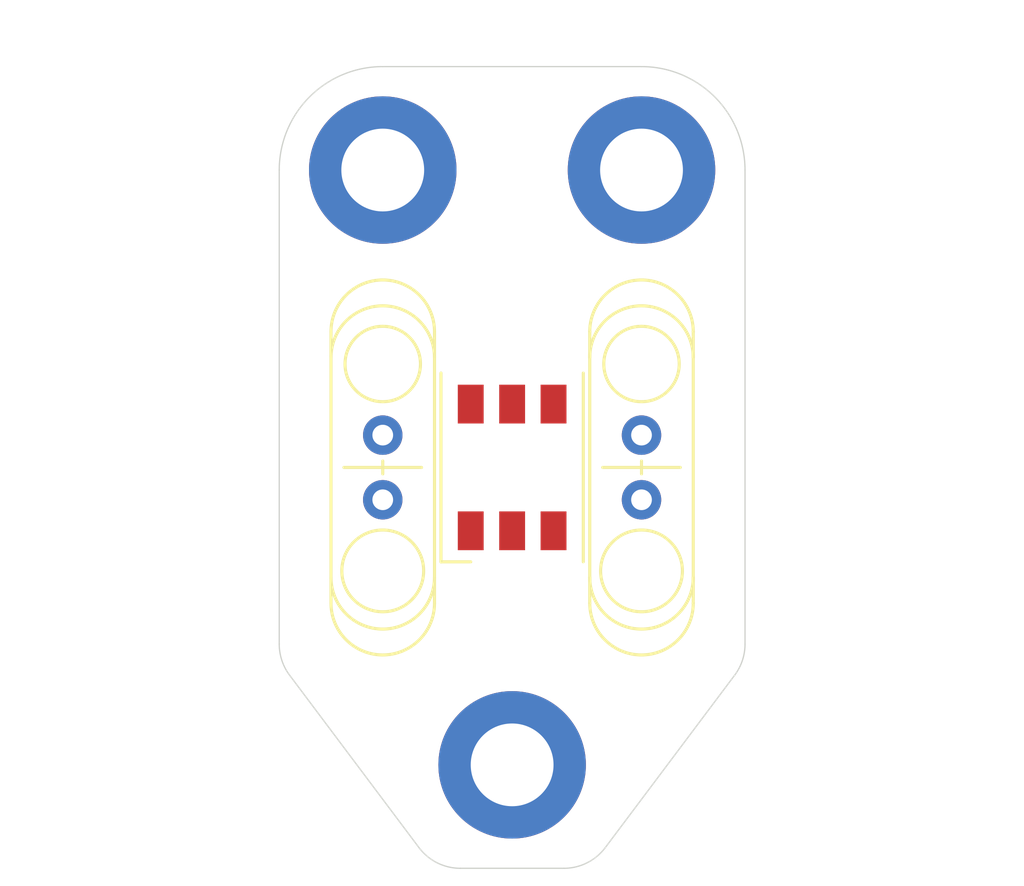
<source format=kicad_pcb>
(kicad_pcb (version 20171130) (host pcbnew 5.1.9+dfsg1-1+deb11u1)

  (general
    (thickness 1.6)
    (drawings 23)
    (tracks 0)
    (zones 0)
    (modules 6)
    (nets 1)
  )

  (page A4)
  (layers
    (0 F.Cu signal)
    (31 B.Cu signal)
    (32 B.Adhes user)
    (33 F.Adhes user)
    (34 B.Paste user)
    (35 F.Paste user)
    (36 B.SilkS user)
    (37 F.SilkS user)
    (38 B.Mask user)
    (39 F.Mask user)
    (40 Dwgs.User user)
    (41 Cmts.User user)
    (42 Eco1.User user)
    (43 Eco2.User user)
    (44 Edge.Cuts user)
    (45 Margin user)
    (46 B.CrtYd user)
    (47 F.CrtYd user)
    (48 B.Fab user)
    (49 F.Fab user)
  )

  (setup
    (last_trace_width 0.25)
    (trace_clearance 0.2)
    (zone_clearance 0.508)
    (zone_45_only no)
    (trace_min 0.2)
    (via_size 0.8)
    (via_drill 0.4)
    (via_min_size 0.4)
    (via_min_drill 0.3)
    (uvia_size 0.3)
    (uvia_drill 0.1)
    (uvias_allowed no)
    (uvia_min_size 0.2)
    (uvia_min_drill 0.1)
    (edge_width 0.05)
    (segment_width 0.2)
    (pcb_text_width 0.3)
    (pcb_text_size 1.5 1.5)
    (mod_edge_width 0.12)
    (mod_text_size 1 1)
    (mod_text_width 0.15)
    (pad_size 1.524 1.524)
    (pad_drill 0.762)
    (pad_to_mask_clearance 0)
    (aux_axis_origin 0 0)
    (visible_elements FFFFFF7F)
    (pcbplotparams
      (layerselection 0x010fc_ffffffff)
      (usegerberextensions false)
      (usegerberattributes true)
      (usegerberadvancedattributes true)
      (creategerberjobfile true)
      (excludeedgelayer true)
      (linewidth 0.100000)
      (plotframeref false)
      (viasonmask false)
      (mode 1)
      (useauxorigin false)
      (hpglpennumber 1)
      (hpglpenspeed 20)
      (hpglpendiameter 15.000000)
      (psnegative false)
      (psa4output false)
      (plotreference true)
      (plotvalue true)
      (plotinvisibletext false)
      (padsonsilk false)
      (subtractmaskfromsilk false)
      (outputformat 1)
      (mirror false)
      (drillshape 1)
      (scaleselection 1)
      (outputdirectory ""))
  )

  (net 0 "")

  (net_class Default "This is the default net class."
    (clearance 0.2)
    (trace_width 0.25)
    (via_dia 0.8)
    (via_drill 0.4)
    (uvia_dia 0.3)
    (uvia_drill 0.1)
  )

  (module LED_SMD:LED_WS2812_PLCC6_5.0x5.0mm_P1.6mm (layer F.Cu) (tedit 5AA4B296) (tstamp 64C1536C)
    (at 181.5 113 90)
    (descr https://cdn-shop.adafruit.com/datasheets/WS2812.pdf)
    (tags "LED RGB NeoPixel")
    (attr smd)
    (fp_text reference REF** (at 0 -3.5 90) (layer F.SilkS) hide
      (effects (font (size 1 1) (thickness 0.15)))
    )
    (fp_text value LED_WS2812_PLCC6_5.0x5.0mm_P1.6mm (at 0 4 90) (layer F.Fab)
      (effects (font (size 1 1) (thickness 0.15)))
    )
    (fp_text user %R (at 0 0 90) (layer F.Fab)
      (effects (font (size 0.8 0.8) (thickness 0.15)))
    )
    (fp_line (start 3.45 -2.75) (end -3.45 -2.75) (layer F.CrtYd) (width 0.05))
    (fp_line (start 3.45 2.75) (end 3.45 -2.75) (layer F.CrtYd) (width 0.05))
    (fp_line (start -3.45 2.75) (end 3.45 2.75) (layer F.CrtYd) (width 0.05))
    (fp_line (start -3.45 -2.75) (end -3.45 2.75) (layer F.CrtYd) (width 0.05))
    (fp_line (start -2.5 -1.5) (end -1.5 -2.5) (layer F.Fab) (width 0.1))
    (fp_line (start -2.5 -2.5) (end 2.5 -2.5) (layer F.Fab) (width 0.1))
    (fp_line (start 2.5 -2.5) (end 2.5 2.5) (layer F.Fab) (width 0.1))
    (fp_line (start 2.5 2.5) (end -2.5 2.5) (layer F.Fab) (width 0.1))
    (fp_line (start -2.5 2.5) (end -2.5 -2.5) (layer F.Fab) (width 0.1))
    (fp_line (start -3.65 2.75) (end 3.65 2.75) (layer F.SilkS) (width 0.12))
    (fp_line (start -3.65 -1.6) (end -3.65 -2.75) (layer F.SilkS) (width 0.12))
    (fp_line (start -3.65 -2.75) (end 3.65 -2.75) (layer F.SilkS) (width 0.12))
    (fp_circle (center 0 0) (end 0 -2) (layer F.Fab) (width 0.1))
    (pad 1 smd rect (at -2.45 -1.6 90) (size 1.5 1) (layers F.Cu F.Paste F.Mask))
    (pad 2 smd rect (at -2.45 0 90) (size 1.5 1) (layers F.Cu F.Paste F.Mask))
    (pad 3 smd rect (at -2.45 1.6 90) (size 1.5 1) (layers F.Cu F.Paste F.Mask))
    (pad 6 smd rect (at 2.45 -1.6 90) (size 1.5 1) (layers F.Cu F.Paste F.Mask))
    (pad 5 smd rect (at 2.45 0 90) (size 1.5 1) (layers F.Cu F.Paste F.Mask))
    (pad 4 smd rect (at 2.45 1.6 90) (size 1.5 1) (layers F.Cu F.Paste F.Mask))
    (model ${KISYS3DMOD}/LED_SMD.3dshapes/LED_WS2812_PLCC6_5.0x5.0mm_P1.6mm.wrl
      (at (xyz 0 0 0))
      (scale (xyz 1 1 1))
      (rotate (xyz 0 0 0))
    )
  )

  (module custom-footprints:pogo-magnet-2p (layer F.Cu) (tedit 64C0E8C6) (tstamp 64C152BC)
    (at 176.5 113)
    (fp_text reference REF** (at 4.25 1) (layer F.SilkS) hide
      (effects (font (size 1 1) (thickness 0.15)))
    )
    (fp_text value pogo-magnet-2p (at 0 -0.5) (layer F.Fab)
      (effects (font (size 1 1) (thickness 0.15)))
    )
    (fp_arc (start 0 4.25) (end -2 4.25) (angle -180) (layer F.SilkS) (width 0.12))
    (fp_arc (start 0 5.25) (end -2 5.25) (angle -180) (layer F.SilkS) (width 0.12))
    (fp_arc (start 0 -4.25) (end 2 -4.25) (angle -180) (layer F.SilkS) (width 0.12))
    (fp_arc (start 0 -5.25) (end 2 -5.25) (angle -180) (layer F.SilkS) (width 0.12))
    (fp_circle (center 0 -4) (end 1.25 -3.25) (layer F.SilkS) (width 0.12))
    (fp_circle (center 0 4) (end 1.5 4.5) (layer F.SilkS) (width 0.12))
    (fp_line (start -2 -5.25) (end -2 5.25) (layer F.SilkS) (width 0.12))
    (fp_line (start 2 -5.25) (end 2 5.25) (layer F.SilkS) (width 0.12))
    (fp_line (start -1.5 0) (end 1.5 0) (layer F.SilkS) (width 0.12))
    (fp_line (start 0 0.25) (end 0 -0.25) (layer F.SilkS) (width 0.12))
    (pad 2 thru_hole circle (at 0 1.25) (size 1.524 1.524) (drill 0.8) (layers *.Cu *.Mask))
    (pad 1 thru_hole circle (at 0 -1.25) (size 1.524 1.524) (drill 0.8) (layers *.Cu *.Mask))
  )

  (module custom-footprints:pogo-magnet-2p (layer F.Cu) (tedit 64C0E8C6) (tstamp 64C152F9)
    (at 186.5 113)
    (fp_text reference REF** (at 4.25 1) (layer F.SilkS) hide
      (effects (font (size 1 1) (thickness 0.15)))
    )
    (fp_text value pogo-magnet-2p (at 0 -0.5) (layer F.Fab)
      (effects (font (size 1 1) (thickness 0.15)))
    )
    (fp_arc (start 0 4.25) (end -2 4.25) (angle -180) (layer F.SilkS) (width 0.12))
    (fp_arc (start 0 5.25) (end -2 5.25) (angle -180) (layer F.SilkS) (width 0.12))
    (fp_arc (start 0 -4.25) (end 2 -4.25) (angle -180) (layer F.SilkS) (width 0.12))
    (fp_arc (start 0 -5.25) (end 2 -5.25) (angle -180) (layer F.SilkS) (width 0.12))
    (fp_circle (center 0 -4) (end 1.25 -3.25) (layer F.SilkS) (width 0.12))
    (fp_circle (center 0 4) (end 1.5 4.5) (layer F.SilkS) (width 0.12))
    (fp_line (start -2 -5.25) (end -2 5.25) (layer F.SilkS) (width 0.12))
    (fp_line (start 2 -5.25) (end 2 5.25) (layer F.SilkS) (width 0.12))
    (fp_line (start -1.5 0) (end 1.5 0) (layer F.SilkS) (width 0.12))
    (fp_line (start 0 0.25) (end 0 -0.25) (layer F.SilkS) (width 0.12))
    (pad 2 thru_hole circle (at 0 1.25) (size 1.524 1.524) (drill 0.8) (layers *.Cu *.Mask))
    (pad 1 thru_hole circle (at 0 -1.25) (size 1.524 1.524) (drill 0.8) (layers *.Cu *.Mask))
  )

  (module MountingHole:MountingHole_3.2mm_M3_ISO7380_Pad (layer F.Cu) (tedit 56D1B4CB) (tstamp 64C15253)
    (at 181.5 124.5)
    (descr "Mounting Hole 3.2mm, M3, ISO7380")
    (tags "mounting hole 3.2mm m3 iso7380")
    (attr virtual)
    (fp_text reference REF** (at 0 -3.85) (layer F.SilkS) hide
      (effects (font (size 1 1) (thickness 0.15)))
    )
    (fp_text value MountingHole_3.2mm_M3_ISO7380_Pad (at 0 3.85) (layer F.Fab)
      (effects (font (size 1 1) (thickness 0.15)))
    )
    (fp_text user %R (at 0.3 0) (layer F.Fab)
      (effects (font (size 1 1) (thickness 0.15)))
    )
    (fp_circle (center 0 0) (end 2.85 0) (layer Cmts.User) (width 0.15))
    (fp_circle (center 0 0) (end 3.1 0) (layer F.CrtYd) (width 0.05))
    (pad 1 thru_hole circle (at 0 0) (size 5.7 5.7) (drill 3.2) (layers *.Cu *.Mask))
  )

  (module MountingHole:MountingHole_3.2mm_M3_ISO7380_Pad (layer F.Cu) (tedit 56D1B4CB) (tstamp 64C15236)
    (at 186.5 101.5)
    (descr "Mounting Hole 3.2mm, M3, ISO7380")
    (tags "mounting hole 3.2mm m3 iso7380")
    (attr virtual)
    (fp_text reference REF** (at 0 -3.85) (layer F.SilkS) hide
      (effects (font (size 1 1) (thickness 0.15)))
    )
    (fp_text value MountingHole_3.2mm_M3_ISO7380_Pad (at 0 3.85) (layer F.Fab)
      (effects (font (size 1 1) (thickness 0.15)))
    )
    (fp_text user %R (at 0.3 0) (layer F.Fab)
      (effects (font (size 1 1) (thickness 0.15)))
    )
    (fp_circle (center 0 0) (end 2.85 0) (layer Cmts.User) (width 0.15))
    (fp_circle (center 0 0) (end 3.1 0) (layer F.CrtYd) (width 0.05))
    (pad 1 thru_hole circle (at 0 0) (size 5.7 5.7) (drill 3.2) (layers *.Cu *.Mask))
  )

  (module MountingHole:MountingHole_3.2mm_M3_ISO7380_Pad (layer F.Cu) (tedit 56D1B4CB) (tstamp 64C15215)
    (at 176.5 101.5)
    (descr "Mounting Hole 3.2mm, M3, ISO7380")
    (tags "mounting hole 3.2mm m3 iso7380")
    (attr virtual)
    (fp_text reference REF** (at 0 -3.85) (layer F.SilkS) hide
      (effects (font (size 1 1) (thickness 0.15)))
    )
    (fp_text value MountingHole_3.2mm_M3_ISO7380_Pad (at 0 3.85) (layer F.Fab)
      (effects (font (size 1 1) (thickness 0.15)))
    )
    (fp_text user %R (at 0.3 0) (layer F.Fab)
      (effects (font (size 1 1) (thickness 0.15)))
    )
    (fp_circle (center 0 0) (end 2.85 0) (layer Cmts.User) (width 0.15))
    (fp_circle (center 0 0) (end 3.1 0) (layer F.CrtYd) (width 0.05))
    (pad 1 thru_hole circle (at 0 0) (size 5.7 5.7) (drill 3.2) (layers *.Cu *.Mask))
  )

  (gr_line (start 186.5 105.5) (end 186.5 120.5) (layer Dwgs.User) (width 0.15))
  (gr_line (start 176.5 105.5) (end 176.5 120.5) (layer Dwgs.User) (width 0.15))
  (gr_line (start 171.5 120.5) (end 191.5 120.5) (layer Dwgs.User) (width 0.15))
  (gr_line (start 171.5 124.5) (end 171.5 120.5) (layer Dwgs.User) (width 0.15))
  (gr_line (start 172 105.5) (end 191 105.5) (layer Dwgs.User) (width 0.15))
  (gr_line (start 172 101.5) (end 172 105.5) (layer Dwgs.User) (width 0.15))
  (gr_line (start 186.5 95) (end 186.5 105.5) (layer Dwgs.User) (width 0.15))
  (gr_line (start 176.5 105.5) (end 176.5 95) (layer Dwgs.User) (width 0.15))
  (gr_line (start 174.5 124.5) (end 188.5 124.5) (layer Dwgs.User) (width 0.15))
  (gr_line (start 181.5 129) (end 181.5 96) (layer Dwgs.User) (width 0.15))
  (gr_line (start 172 101.5) (end 191 101.5) (layer Dwgs.User) (width 0.15))
  (gr_line (start 183.5 128.5) (end 179.5 128.5) (layer Edge.Cuts) (width 0.05))
  (gr_line (start 185.1 127.7) (end 190.1 121.0333) (layer Edge.Cuts) (width 0.05))
  (gr_arc (start 176.5 101.5) (end 176.5 97.5) (angle -90) (layer Edge.Cuts) (width 0.05))
  (gr_line (start 177.9 127.7) (end 172.9 121.0333) (layer Edge.Cuts) (width 0.05))
  (gr_arc (start 183.5 126.5) (end 183.5 128.5) (angle -53.1301) (layer Edge.Cuts) (width 0.05))
  (gr_arc (start 179.5 126.5) (end 177.900003 127.700002) (angle -53.13) (layer Edge.Cuts) (width 0.05))
  (gr_line (start 172.5 119.8333) (end 172.5 101.5) (layer Edge.Cuts) (width 0.05))
  (gr_arc (start 174.5 119.8333) (end 172.5 119.8333) (angle -36.87) (layer Edge.Cuts) (width 0.05))
  (gr_line (start 190.5 101.5) (end 190.5 119.8333) (layer Edge.Cuts) (width 0.05))
  (gr_arc (start 188.5 119.8333) (end 190.099999 121.0333) (angle -36.8699) (layer Edge.Cuts) (width 0.05))
  (gr_arc (start 186.5 101.5) (end 190.5 101.5) (angle -90) (layer Edge.Cuts) (width 0.05))
  (gr_line (start 176.5 97.5) (end 186.5 97.5) (layer Edge.Cuts) (width 0.05))

)

</source>
